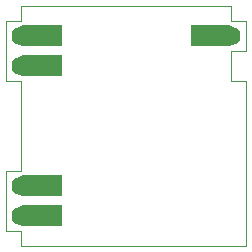
<source format=gbr>
%TF.GenerationSoftware,KiCad,Pcbnew,(5.1.9)-1*%
%TF.CreationDate,2021-06-07T16:13:34+02:00*%
%TF.ProjectId,16_STEP_DOWN,31365f53-5445-4505-9f44-4f574e2e6b69,rev?*%
%TF.SameCoordinates,Original*%
%TF.FileFunction,Soldermask,Bot*%
%TF.FilePolarity,Negative*%
%FSLAX46Y46*%
G04 Gerber Fmt 4.6, Leading zero omitted, Abs format (unit mm)*
G04 Created by KiCad (PCBNEW (5.1.9)-1) date 2021-06-07 16:13:34*
%MOMM*%
%LPD*%
G01*
G04 APERTURE LIST*
%TA.AperFunction,Profile*%
%ADD10C,0.050000*%
%TD*%
%ADD11C,1.624000*%
%ADD12C,0.100000*%
G04 APERTURE END LIST*
D10*
X119380000Y-67310000D02*
X120650000Y-67310000D01*
X119380000Y-64770000D02*
X119380000Y-67310000D01*
X120650000Y-64770000D02*
X119380000Y-64770000D01*
X120650000Y-62230000D02*
X120650000Y-64770000D01*
X119380000Y-62230000D02*
X120650000Y-62230000D01*
X119380000Y-60960000D02*
X119380000Y-62230000D01*
X113665000Y-60960000D02*
X119380000Y-60960000D01*
X114935000Y-81280000D02*
X120650000Y-81280000D01*
X101600000Y-62230000D02*
X101600000Y-60960000D01*
X100330000Y-62230000D02*
X101600000Y-62230000D01*
X100330000Y-64770000D02*
X100330000Y-62230000D01*
X101600000Y-67310000D02*
X100330000Y-67310000D01*
X101600000Y-74930000D02*
X101600000Y-67310000D01*
X100330000Y-74930000D02*
X101600000Y-74930000D01*
X120650000Y-67310000D02*
X120650000Y-81280000D01*
X101600000Y-60960000D02*
X113665000Y-60960000D01*
X101600000Y-80010000D02*
X101600000Y-81280000D01*
X100330000Y-80010000D02*
X101600000Y-80010000D01*
X100330000Y-64770000D02*
X100330000Y-67310000D01*
X114935000Y-81280000D02*
X101600000Y-81280000D01*
X100330000Y-80010000D02*
X100330000Y-74930000D01*
D11*
%TO.C,J5*%
X101600000Y-76200000D03*
D12*
G36*
X101939650Y-77099999D02*
G01*
X101927782Y-77099916D01*
X101924993Y-77099818D01*
X101842112Y-77094604D01*
X101837256Y-77094060D01*
X101755280Y-77080782D01*
X101750503Y-77079766D01*
X101670214Y-77058553D01*
X101665558Y-77057076D01*
X101587721Y-77028129D01*
X101583231Y-77026205D01*
X101508591Y-76989801D01*
X101504309Y-76987447D01*
X101433578Y-76943932D01*
X101429548Y-76941173D01*
X101363401Y-76890965D01*
X101359659Y-76887825D01*
X101298726Y-76831401D01*
X101295308Y-76827910D01*
X101240173Y-76765809D01*
X101237112Y-76762003D01*
X101188299Y-76694819D01*
X101185624Y-76690731D01*
X101143601Y-76619104D01*
X101141338Y-76614774D01*
X101106505Y-76539388D01*
X101104675Y-76534859D01*
X101077364Y-76456433D01*
X101075985Y-76451747D01*
X101056458Y-76371031D01*
X101055543Y-76366233D01*
X101043985Y-76283997D01*
X101043542Y-76279131D01*
X101040065Y-76196159D01*
X101040099Y-76191275D01*
X101044734Y-76108360D01*
X101045245Y-76103501D01*
X101057950Y-76021434D01*
X101058932Y-76016650D01*
X101079584Y-75936214D01*
X101081028Y-75931547D01*
X101109431Y-75853511D01*
X101111324Y-75849008D01*
X101147207Y-75774115D01*
X101149531Y-75769818D01*
X101192550Y-75698785D01*
X101195282Y-75694735D01*
X101245028Y-75628239D01*
X101248141Y-75624475D01*
X101304138Y-75563150D01*
X101307604Y-75559708D01*
X101369318Y-75504140D01*
X101373104Y-75501052D01*
X101439946Y-75451772D01*
X101444015Y-75449069D01*
X101515347Y-75406547D01*
X101519660Y-75404254D01*
X101594801Y-75368895D01*
X101599317Y-75367033D01*
X101677550Y-75339175D01*
X101682227Y-75337763D01*
X101762805Y-75317673D01*
X101767597Y-75316724D01*
X101849751Y-75304593D01*
X101854612Y-75304117D01*
X101937557Y-75300060D01*
X101940000Y-75300000D01*
X104990000Y-75300000D01*
X104999755Y-75300961D01*
X105009134Y-75303806D01*
X105017779Y-75308427D01*
X105025355Y-75314645D01*
X105031573Y-75322221D01*
X105036194Y-75330866D01*
X105039039Y-75340245D01*
X105040000Y-75350000D01*
X105040000Y-77050000D01*
X105039039Y-77059755D01*
X105036194Y-77069134D01*
X105031573Y-77077779D01*
X105025355Y-77085355D01*
X105017779Y-77091573D01*
X105009134Y-77096194D01*
X104999755Y-77099039D01*
X104990000Y-77100000D01*
X101940000Y-77100000D01*
X101939650Y-77099999D01*
G37*
%TD*%
D11*
%TO.C,J1*%
X101600000Y-78740000D03*
D12*
G36*
X101939650Y-79639999D02*
G01*
X101927782Y-79639916D01*
X101924993Y-79639818D01*
X101842112Y-79634604D01*
X101837256Y-79634060D01*
X101755280Y-79620782D01*
X101750503Y-79619766D01*
X101670214Y-79598553D01*
X101665558Y-79597076D01*
X101587721Y-79568129D01*
X101583231Y-79566205D01*
X101508591Y-79529801D01*
X101504309Y-79527447D01*
X101433578Y-79483932D01*
X101429548Y-79481173D01*
X101363401Y-79430965D01*
X101359659Y-79427825D01*
X101298726Y-79371401D01*
X101295308Y-79367910D01*
X101240173Y-79305809D01*
X101237112Y-79302003D01*
X101188299Y-79234819D01*
X101185624Y-79230731D01*
X101143601Y-79159104D01*
X101141338Y-79154774D01*
X101106505Y-79079388D01*
X101104675Y-79074859D01*
X101077364Y-78996433D01*
X101075985Y-78991747D01*
X101056458Y-78911031D01*
X101055543Y-78906233D01*
X101043985Y-78823997D01*
X101043542Y-78819131D01*
X101040065Y-78736159D01*
X101040099Y-78731275D01*
X101044734Y-78648360D01*
X101045245Y-78643501D01*
X101057950Y-78561434D01*
X101058932Y-78556650D01*
X101079584Y-78476214D01*
X101081028Y-78471547D01*
X101109431Y-78393511D01*
X101111324Y-78389008D01*
X101147207Y-78314115D01*
X101149531Y-78309818D01*
X101192550Y-78238785D01*
X101195282Y-78234735D01*
X101245028Y-78168239D01*
X101248141Y-78164475D01*
X101304138Y-78103150D01*
X101307604Y-78099708D01*
X101369318Y-78044140D01*
X101373104Y-78041052D01*
X101439946Y-77991772D01*
X101444015Y-77989069D01*
X101515347Y-77946547D01*
X101519660Y-77944254D01*
X101594801Y-77908895D01*
X101599317Y-77907033D01*
X101677550Y-77879175D01*
X101682227Y-77877763D01*
X101762805Y-77857673D01*
X101767597Y-77856724D01*
X101849751Y-77844593D01*
X101854612Y-77844117D01*
X101937557Y-77840060D01*
X101940000Y-77840000D01*
X104990000Y-77840000D01*
X104999755Y-77840961D01*
X105009134Y-77843806D01*
X105017779Y-77848427D01*
X105025355Y-77854645D01*
X105031573Y-77862221D01*
X105036194Y-77870866D01*
X105039039Y-77880245D01*
X105040000Y-77890000D01*
X105040000Y-79590000D01*
X105039039Y-79599755D01*
X105036194Y-79609134D01*
X105031573Y-79617779D01*
X105025355Y-79625355D01*
X105017779Y-79631573D01*
X105009134Y-79636194D01*
X104999755Y-79639039D01*
X104990000Y-79640000D01*
X101940000Y-79640000D01*
X101939650Y-79639999D01*
G37*
%TD*%
D11*
%TO.C,J3*%
X101600000Y-63500000D03*
D12*
G36*
X101939650Y-64399999D02*
G01*
X101927782Y-64399916D01*
X101924993Y-64399818D01*
X101842112Y-64394604D01*
X101837256Y-64394060D01*
X101755280Y-64380782D01*
X101750503Y-64379766D01*
X101670214Y-64358553D01*
X101665558Y-64357076D01*
X101587721Y-64328129D01*
X101583231Y-64326205D01*
X101508591Y-64289801D01*
X101504309Y-64287447D01*
X101433578Y-64243932D01*
X101429548Y-64241173D01*
X101363401Y-64190965D01*
X101359659Y-64187825D01*
X101298726Y-64131401D01*
X101295308Y-64127910D01*
X101240173Y-64065809D01*
X101237112Y-64062003D01*
X101188299Y-63994819D01*
X101185624Y-63990731D01*
X101143601Y-63919104D01*
X101141338Y-63914774D01*
X101106505Y-63839388D01*
X101104675Y-63834859D01*
X101077364Y-63756433D01*
X101075985Y-63751747D01*
X101056458Y-63671031D01*
X101055543Y-63666233D01*
X101043985Y-63583997D01*
X101043542Y-63579131D01*
X101040065Y-63496159D01*
X101040099Y-63491275D01*
X101044734Y-63408360D01*
X101045245Y-63403501D01*
X101057950Y-63321434D01*
X101058932Y-63316650D01*
X101079584Y-63236214D01*
X101081028Y-63231547D01*
X101109431Y-63153511D01*
X101111324Y-63149008D01*
X101147207Y-63074115D01*
X101149531Y-63069818D01*
X101192550Y-62998785D01*
X101195282Y-62994735D01*
X101245028Y-62928239D01*
X101248141Y-62924475D01*
X101304138Y-62863150D01*
X101307604Y-62859708D01*
X101369318Y-62804140D01*
X101373104Y-62801052D01*
X101439946Y-62751772D01*
X101444015Y-62749069D01*
X101515347Y-62706547D01*
X101519660Y-62704254D01*
X101594801Y-62668895D01*
X101599317Y-62667033D01*
X101677550Y-62639175D01*
X101682227Y-62637763D01*
X101762805Y-62617673D01*
X101767597Y-62616724D01*
X101849751Y-62604593D01*
X101854612Y-62604117D01*
X101937557Y-62600060D01*
X101940000Y-62600000D01*
X104990000Y-62600000D01*
X104999755Y-62600961D01*
X105009134Y-62603806D01*
X105017779Y-62608427D01*
X105025355Y-62614645D01*
X105031573Y-62622221D01*
X105036194Y-62630866D01*
X105039039Y-62640245D01*
X105040000Y-62650000D01*
X105040000Y-64350000D01*
X105039039Y-64359755D01*
X105036194Y-64369134D01*
X105031573Y-64377779D01*
X105025355Y-64385355D01*
X105017779Y-64391573D01*
X105009134Y-64396194D01*
X104999755Y-64399039D01*
X104990000Y-64400000D01*
X101940000Y-64400000D01*
X101939650Y-64399999D01*
G37*
%TD*%
D11*
%TO.C,J4*%
X101600000Y-66040000D03*
D12*
G36*
X101939650Y-66939999D02*
G01*
X101927782Y-66939916D01*
X101924993Y-66939818D01*
X101842112Y-66934604D01*
X101837256Y-66934060D01*
X101755280Y-66920782D01*
X101750503Y-66919766D01*
X101670214Y-66898553D01*
X101665558Y-66897076D01*
X101587721Y-66868129D01*
X101583231Y-66866205D01*
X101508591Y-66829801D01*
X101504309Y-66827447D01*
X101433578Y-66783932D01*
X101429548Y-66781173D01*
X101363401Y-66730965D01*
X101359659Y-66727825D01*
X101298726Y-66671401D01*
X101295308Y-66667910D01*
X101240173Y-66605809D01*
X101237112Y-66602003D01*
X101188299Y-66534819D01*
X101185624Y-66530731D01*
X101143601Y-66459104D01*
X101141338Y-66454774D01*
X101106505Y-66379388D01*
X101104675Y-66374859D01*
X101077364Y-66296433D01*
X101075985Y-66291747D01*
X101056458Y-66211031D01*
X101055543Y-66206233D01*
X101043985Y-66123997D01*
X101043542Y-66119131D01*
X101040065Y-66036159D01*
X101040099Y-66031275D01*
X101044734Y-65948360D01*
X101045245Y-65943501D01*
X101057950Y-65861434D01*
X101058932Y-65856650D01*
X101079584Y-65776214D01*
X101081028Y-65771547D01*
X101109431Y-65693511D01*
X101111324Y-65689008D01*
X101147207Y-65614115D01*
X101149531Y-65609818D01*
X101192550Y-65538785D01*
X101195282Y-65534735D01*
X101245028Y-65468239D01*
X101248141Y-65464475D01*
X101304138Y-65403150D01*
X101307604Y-65399708D01*
X101369318Y-65344140D01*
X101373104Y-65341052D01*
X101439946Y-65291772D01*
X101444015Y-65289069D01*
X101515347Y-65246547D01*
X101519660Y-65244254D01*
X101594801Y-65208895D01*
X101599317Y-65207033D01*
X101677550Y-65179175D01*
X101682227Y-65177763D01*
X101762805Y-65157673D01*
X101767597Y-65156724D01*
X101849751Y-65144593D01*
X101854612Y-65144117D01*
X101937557Y-65140060D01*
X101940000Y-65140000D01*
X104990000Y-65140000D01*
X104999755Y-65140961D01*
X105009134Y-65143806D01*
X105017779Y-65148427D01*
X105025355Y-65154645D01*
X105031573Y-65162221D01*
X105036194Y-65170866D01*
X105039039Y-65180245D01*
X105040000Y-65190000D01*
X105040000Y-66890000D01*
X105039039Y-66899755D01*
X105036194Y-66909134D01*
X105031573Y-66917779D01*
X105025355Y-66925355D01*
X105017779Y-66931573D01*
X105009134Y-66936194D01*
X104999755Y-66939039D01*
X104990000Y-66940000D01*
X101940000Y-66940000D01*
X101939650Y-66939999D01*
G37*
%TD*%
D11*
%TO.C,J2*%
X119380000Y-63500000D03*
D12*
G36*
X119040350Y-62600001D02*
G01*
X119052218Y-62600084D01*
X119055007Y-62600182D01*
X119137888Y-62605396D01*
X119142744Y-62605940D01*
X119224720Y-62619218D01*
X119229497Y-62620234D01*
X119309786Y-62641447D01*
X119314442Y-62642924D01*
X119392279Y-62671871D01*
X119396769Y-62673795D01*
X119471409Y-62710199D01*
X119475691Y-62712553D01*
X119546422Y-62756068D01*
X119550452Y-62758827D01*
X119616599Y-62809035D01*
X119620341Y-62812175D01*
X119681274Y-62868599D01*
X119684692Y-62872090D01*
X119739827Y-62934191D01*
X119742888Y-62937997D01*
X119791701Y-63005181D01*
X119794376Y-63009269D01*
X119836399Y-63080896D01*
X119838662Y-63085226D01*
X119873495Y-63160612D01*
X119875325Y-63165141D01*
X119902636Y-63243567D01*
X119904015Y-63248253D01*
X119923542Y-63328969D01*
X119924457Y-63333767D01*
X119936015Y-63416003D01*
X119936458Y-63420869D01*
X119939935Y-63503841D01*
X119939901Y-63508725D01*
X119935266Y-63591640D01*
X119934755Y-63596499D01*
X119922050Y-63678566D01*
X119921068Y-63683350D01*
X119900416Y-63763786D01*
X119898972Y-63768453D01*
X119870569Y-63846489D01*
X119868676Y-63850992D01*
X119832793Y-63925885D01*
X119830469Y-63930182D01*
X119787450Y-64001215D01*
X119784718Y-64005265D01*
X119734972Y-64071761D01*
X119731859Y-64075525D01*
X119675862Y-64136850D01*
X119672396Y-64140292D01*
X119610682Y-64195860D01*
X119606896Y-64198948D01*
X119540054Y-64248228D01*
X119535985Y-64250931D01*
X119464653Y-64293453D01*
X119460340Y-64295746D01*
X119385199Y-64331105D01*
X119380683Y-64332967D01*
X119302450Y-64360825D01*
X119297773Y-64362237D01*
X119217195Y-64382327D01*
X119212403Y-64383276D01*
X119130249Y-64395407D01*
X119125388Y-64395883D01*
X119042443Y-64399940D01*
X119040000Y-64400000D01*
X115990000Y-64400000D01*
X115980245Y-64399039D01*
X115970866Y-64396194D01*
X115962221Y-64391573D01*
X115954645Y-64385355D01*
X115948427Y-64377779D01*
X115943806Y-64369134D01*
X115940961Y-64359755D01*
X115940000Y-64350000D01*
X115940000Y-62650000D01*
X115940961Y-62640245D01*
X115943806Y-62630866D01*
X115948427Y-62622221D01*
X115954645Y-62614645D01*
X115962221Y-62608427D01*
X115970866Y-62603806D01*
X115980245Y-62600961D01*
X115990000Y-62600000D01*
X119040000Y-62600000D01*
X119040350Y-62600001D01*
G37*
%TD*%
M02*

</source>
